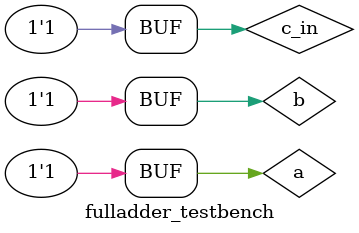
<source format=v>
`define DELAY 20
module fulladder_testbench(); 
reg 	a, b, c_in; 
wire	result, and_r, or_r, xor_r, c_out;

full_adder fatb (result, and_r, or_r, xor_r, c_out, a, b, c_in);

initial begin
a = 1'b0; b = 1'b0; c_in = 1'b0;
#`DELAY;
a = 1'b0; b = 1'b0; c_in = 1'b1;
#`DELAY;
a = 1'b0; b = 1'b1; c_in = 1'b0;
#`DELAY;
a = 1'b0; b = 1'b1; c_in = 1'b1;
#`DELAY;
a = 1'b1; b = 1'b0; c_in = 1'b0;
#`DELAY;
a = 1'b1; b = 1'b0; c_in = 1'b1;
#`DELAY;
a = 1'b1; b = 1'b1; c_in = 1'b0;
#`DELAY;
a = 1'b1; b = 1'b1; c_in = 1'b1;
end
 
 
initial
begin
$monitor("time = %2d, a =%1b, b=%1b, c_in=%1b, result=%1b, and_r=%1b, or_r=%1b, xor_r=%1b, c_out=%1b", $time, a, b, c_in, result, and_r, or_r, xor_r, c_out);
end
 
endmodule
</source>
